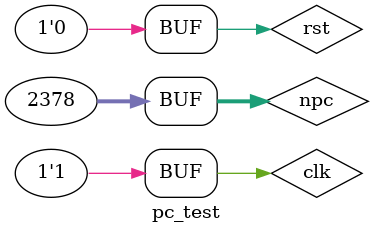
<source format=v>

module pc_test();
reg clk,rst;
reg [31:0]npc;
wire  [31:0] pc;
pc mm(npc,clk,rst,pc);
initial 
 begin 
#0 clk=1'b0;

npc=32'o0000_4512;
#0 rst=1'b1;
#10 rst=1'b0;
#10 clk=~clk;
end 
endmodule 
</source>
